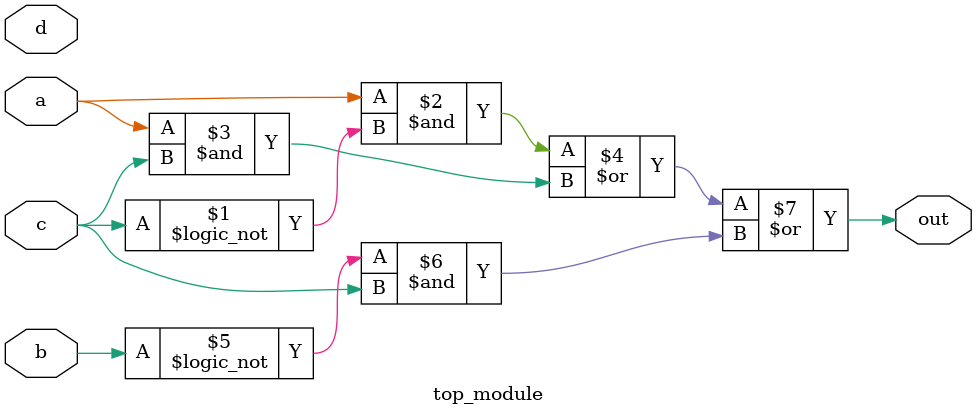
<source format=v>
module top_module(
    input a,
    input b,
    input c,
    input d,
    output out  ); 
    
    assign out = (a & !c) | (a & c) | (!b & c);

endmodule

</source>
